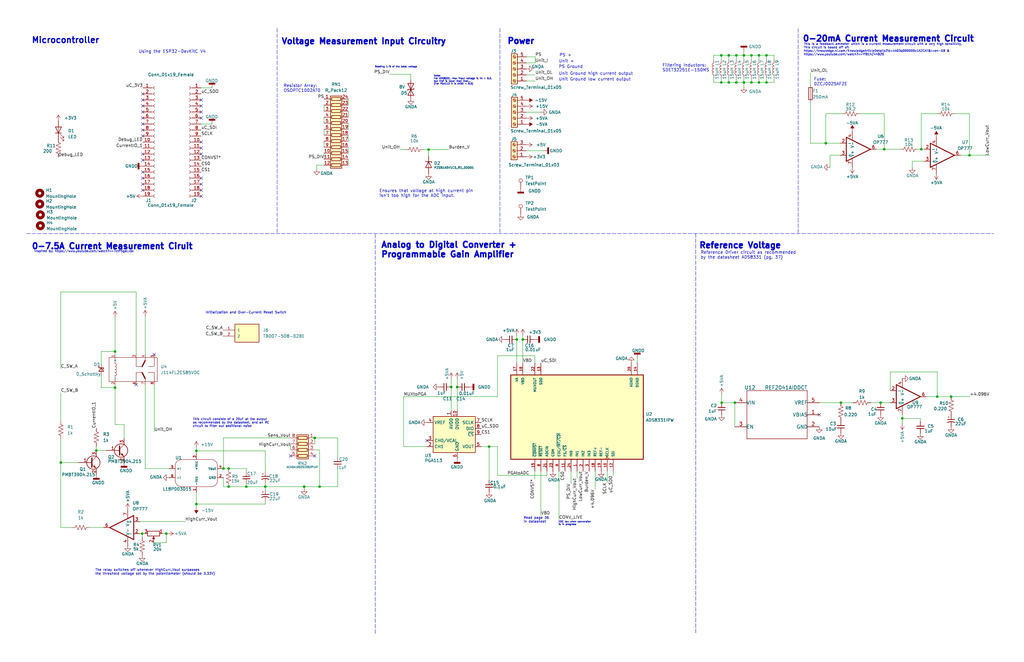
<source format=kicad_sch>
(kicad_sch (version 20211123) (generator eeschema)
  (paper "B")
  (junction (at 408.813 65.532))
  (junction (at 128.27 205.359))
  (junction (at 401.066 167.386))
  (junction (at 310.515 34.798))
  (junction (at 59.944 225.171))
  (junction (at 304.292 169.926))
  (junction (at 313.69 23.368))
  (junction (at 316.865 34.798))
  (junction (at 217.932 143.256))
  (junction (at 320.04 23.368))
  (junction (at 206.248 188.468))
  (junction (at 316.865 23.368))
  (junction (at 25.654 195.199))
  (junction (at 82.804 190.246))
  (junction (at 48.514 163.576))
  (junction (at 190.246 163.2966))
  (junction (at 220.472 143.256))
  (junction (at 96.393 197.739))
  (junction (at 354.584 169.926))
  (junction (at 103.886 205.359))
  (junction (at 323.215 34.798))
  (junction (at 111.887 205.359))
  (junction (at 395.224 167.386))
  (junction (at 348.234 60.452))
  (junction (at 307.34 23.368))
  (junction (at 40.64 190.119))
  (junction (at 304.165 34.798))
  (junction (at 372.8466 62.992))
  (junction (at 380.492 176.53))
  (junction (at 134.747 205.359))
  (junction (at 313.69 34.798))
  (junction (at 388.493 62.992))
  (junction (at 309.88 169.926))
  (junction (at 82.804 212.725))
  (junction (at 320.04 34.798))
  (junction (at 70.104 225.171))
  (junction (at 94.234 197.739))
  (junction (at 307.34 34.798))
  (junction (at 323.215 23.368))
  (junction (at 310.515 23.368))
  (junction (at 96.393 205.359))
  (junction (at 48.514 148.336))
  (junction (at 132.715 184.785))
  (junction (at 192.786 163.3474))
  (junction (at 180.721 63.119))
  (junction (at 304.165 23.368))
  (junction (at 371.348 169.926))
  (no_connect (at 132.715 192.405))
  (no_connect (at 122.555 192.405))
  (no_connect (at 60.198 67.564))
  (no_connect (at 60.198 42.164))
  (no_connect (at 60.198 65.024))
  (no_connect (at 84.836 77.724))
  (no_connect (at 84.836 49.784))
  (no_connect (at 60.198 52.324))
  (no_connect (at 84.836 80.264))
  (no_connect (at 60.198 54.864))
  (no_connect (at 84.836 42.164))
  (no_connect (at 84.836 65.024))
  (no_connect (at 84.836 62.484))
  (no_connect (at 60.198 39.624))
  (no_connect (at 60.198 44.704))
  (no_connect (at 60.198 75.184))
  (no_connect (at 84.836 82.804))
  (no_connect (at 84.836 47.244))
  (no_connect (at 60.198 72.644))
  (no_connect (at 60.198 49.784))
  (no_connect (at 84.836 59.944))
  (no_connect (at 57.404 162.306))
  (no_connect (at 65.024 149.606))
  (no_connect (at 84.836 44.704))
  (no_connect (at 60.198 77.724))
  (no_connect (at 60.198 47.244))
  (no_connect (at 60.198 57.404))
  (no_connect (at 345.44 175.006))
  (no_connect (at 180.086 185.928))
  (no_connect (at 60.198 80.264))
  (no_connect (at 84.836 75.184))
  (wire (pts (xy 170.18 188.468) (xy 180.086 188.468)))
  (wire (pts (xy 59.944 225.171) (xy 60.96 225.171)))
  (wire (pts (xy 387.223 62.992) (xy 388.493 62.992)))
  (wire (pts (xy 300.99 23.368) (xy 304.165 23.368)))
  (wire (pts (xy 206.248 188.468) (xy 202.946 188.468)))
  (wire (pts (xy 94.234 197.739) (xy 96.393 197.739)))
  (wire (pts (xy 146.812 51.943) (xy 146.812 54.483)))
  (wire (pts (xy 206.248 202.565) (xy 206.248 188.468)))
  (wire (pts (xy 354.33 65.532) (xy 350.012 65.532)))
  (wire (pts (xy 70.104 225.171) (xy 70.104 228.981)))
  (wire (pts (xy 310.515 34.798) (xy 307.34 34.798)))
  (wire (pts (xy 354.965 48.006) (xy 348.234 48.006)))
  (wire (pts (xy 221.996 31.623) (xy 225.679 31.623)))
  (wire (pts (xy 82.804 190.246) (xy 111.887 190.246)))
  (wire (pts (xy 48.514 163.576) (xy 42.672 163.576)))
  (wire (pts (xy 388.112 177.8) (xy 388.112 176.53)))
  (wire (pts (xy 192.786 163.3474) (xy 192.786 173.228)))
  (wire (pts (xy 68.58 225.171) (xy 70.104 225.171)))
  (wire (pts (xy 388.493 48.006) (xy 395.097 48.006)))
  (wire (pts (xy 40.64 190.119) (xy 44.704 190.119)))
  (wire (pts (xy 326.39 34.798) (xy 326.39 32.893)))
  (wire (pts (xy 142.367 197.866) (xy 142.367 205.359)))
  (wire (pts (xy 371.348 169.926) (xy 375.412 169.926)))
  (wire (pts (xy 192.786 159.893) (xy 192.786 163.3474)))
  (wire (pts (xy 111.887 190.246) (xy 111.887 199.009)))
  (wire (pts (xy 372.8466 48.006) (xy 362.585 48.006)))
  (wire (pts (xy 136.652 49.403) (xy 136.652 51.943)))
  (wire (pts (xy 59.944 225.171) (xy 59.944 226.695)))
  (wire (pts (xy 225.679 24.003) (xy 225.679 26.543)))
  (wire (pts (xy 401.066 167.386) (xy 408.94 167.386)))
  (wire (pts (xy 310.515 25.273) (xy 310.515 23.368)))
  (wire (pts (xy 384.683 68.072) (xy 389.763 68.072)))
  (wire (pts (xy 320.04 23.368) (xy 320.04 25.273)))
  (wire (pts (xy 402.717 48.006) (xy 408.813 48.006)))
  (wire (pts (xy 300.99 34.798) (xy 300.99 32.893)))
  (wire (pts (xy 209.804 200.66) (xy 209.804 188.468)))
  (polyline (pts (xy 336.55 12.065) (xy 336.55 98.552)))
  (wire (pts (xy 133.604 69.723) (xy 133.604 71.247)))
  (wire (pts (xy 225.552 202.184) (xy 225.552 198.882)))
  (wire (pts (xy 323.215 34.798) (xy 323.215 32.893)))
  (wire (pts (xy 132.715 184.785) (xy 142.367 184.785)))
  (wire (pts (xy 350.012 65.532) (xy 350.012 70.612)))
  (wire (pts (xy 52.324 179.197) (xy 52.324 185.039)))
  (wire (pts (xy 304.292 166.37) (xy 304.292 169.926)))
  (wire (pts (xy 82.804 190.246) (xy 82.804 191.389)))
  (wire (pts (xy 323.215 34.798) (xy 326.39 34.798)))
  (wire (pts (xy 310.515 23.368) (xy 313.69 23.368)))
  (wire (pts (xy 229.362 63.627) (xy 221.869 63.627)))
  (wire (pts (xy 408.813 65.532) (xy 417.322 65.532)))
  (wire (pts (xy 82.804 188.849) (xy 82.804 190.246)))
  (wire (pts (xy 48.514 179.197) (xy 52.324 179.197)))
  (wire (pts (xy 42.672 163.576) (xy 42.672 158.496)))
  (wire (pts (xy 367.284 169.926) (xy 371.348 169.926)))
  (wire (pts (xy 136.652 44.323) (xy 136.652 46.863)))
  (wire (pts (xy 304.165 23.368) (xy 307.34 23.368)))
  (wire (pts (xy 230.632 200.66) (xy 230.632 198.882)))
  (wire (pts (xy 390.652 167.386) (xy 395.224 167.386)))
  (wire (pts (xy 146.812 41.783) (xy 146.812 44.323)))
  (wire (pts (xy 94.234 205.359) (xy 96.393 205.359)))
  (polyline (pts (xy 116.84 11.938) (xy 116.84 98.679)))
  (wire (pts (xy 134.747 205.359) (xy 142.367 205.359)))
  (wire (pts (xy 220.472 143.256) (xy 220.472 153.162)))
  (wire (pts (xy 304.165 34.798) (xy 300.99 34.798)))
  (wire (pts (xy 240.792 204.089) (xy 240.792 198.882)))
  (wire (pts (xy 136.652 64.643) (xy 136.652 67.183)))
  (wire (pts (xy 408.813 48.006) (xy 408.813 65.532)))
  (wire (pts (xy 300.99 25.273) (xy 300.99 23.368)))
  (wire (pts (xy 388.493 62.992) (xy 388.493 48.006)))
  (polyline (pts (xy 293.37 98.552) (xy 293.37 267.335)))
  (wire (pts (xy 326.39 23.368) (xy 323.215 23.368)))
  (wire (pts (xy 111.887 212.725) (xy 82.804 212.725)))
  (wire (pts (xy 225.552 153.162) (xy 225.552 150.114)))
  (wire (pts (xy 94.234 184.785) (xy 122.555 184.785)))
  (wire (pts (xy 209.804 150.114) (xy 209.804 167.386)))
  (wire (pts (xy 380.492 175.006) (xy 380.492 176.53)))
  (wire (pts (xy 250.952 198.882) (xy 250.952 206.502)))
  (polyline (pts (xy 11.2268 98.6028) (xy 419.0492 98.6028)))
  (polyline (pts (xy 210.82 11.938) (xy 210.82 98.425)))
  (wire (pts (xy 146.812 62.103) (xy 146.812 64.643)))
  (wire (pts (xy 304.165 25.273) (xy 304.165 23.368)))
  (wire (pts (xy 94.234 184.785) (xy 94.234 197.739)))
  (wire (pts (xy 209.804 200.66) (xy 230.632 200.66)))
  (wire (pts (xy 228.1174 47.371) (xy 221.996 47.371)))
  (polyline (pts (xy 158.242 98.806) (xy 158.242 267.589)))
  (wire (pts (xy 48.514 162.306) (xy 48.514 163.576)))
  (wire (pts (xy 96.393 205.359) (xy 103.886 205.359)))
  (wire (pts (xy 111.887 211.709) (xy 111.887 212.725)))
  (wire (pts (xy 345.44 169.926) (xy 354.584 169.926)))
  (wire (pts (xy 310.515 34.798) (xy 310.515 32.893)))
  (wire (pts (xy 103.886 197.739) (xy 103.886 199.009)))
  (wire (pts (xy 48.514 163.576) (xy 48.514 179.197)))
  (wire (pts (xy 25.654 123.19) (xy 25.654 155.575)))
  (wire (pts (xy 146.812 67.183) (xy 146.812 69.723)))
  (wire (pts (xy 168.656 63.119) (xy 170.942 63.119)))
  (wire (pts (xy 103.886 205.359) (xy 111.887 205.359)))
  (wire (pts (xy 57.404 123.19) (xy 57.404 149.606)))
  (wire (pts (xy 388.493 62.992) (xy 389.763 62.992)))
  (wire (pts (xy 313.69 34.798) (xy 313.69 32.893)))
  (wire (pts (xy 221.996 26.543) (xy 225.679 26.543)))
  (wire (pts (xy 323.215 23.368) (xy 320.04 23.368)))
  (wire (pts (xy 30.226 222.631) (xy 25.654 222.631)))
  (wire (pts (xy 348.234 48.006) (xy 348.234 60.452)))
  (wire (pts (xy 122.555 187.325) (xy 122.555 189.865)))
  (wire (pts (xy 221.996 34.163) (xy 225.679 34.163)))
  (wire (pts (xy 136.652 54.483) (xy 136.652 57.023)))
  (wire (pts (xy 309.88 169.926) (xy 309.88 180.086)))
  (wire (pts (xy 313.69 25.273) (xy 313.69 23.368)))
  (wire (pts (xy 307.34 23.368) (xy 310.515 23.368)))
  (wire (pts (xy 209.804 167.386) (xy 170.18 167.386)))
  (wire (pts (xy 43.688 222.631) (xy 37.846 222.631)))
  (wire (pts (xy 307.34 34.798) (xy 307.34 32.893)))
  (wire (pts (xy 146.812 57.023) (xy 146.812 59.563)))
  (wire (pts (xy 209.804 188.468) (xy 206.248 188.468)))
  (wire (pts (xy 243.332 201.803) (xy 243.332 198.882)))
  (wire (pts (xy 304.165 34.798) (xy 304.165 32.893)))
  (wire (pts (xy 395.224 156.972) (xy 395.224 167.386)))
  (wire (pts (xy 375.412 164.846) (xy 375.412 156.972)))
  (wire (pts (xy 372.8466 62.992) (xy 372.8466 48.006)))
  (wire (pts (xy 94.234 201.549) (xy 94.234 205.359)))
  (wire (pts (xy 180.721 65.659) (xy 180.721 63.119)))
  (wire (pts (xy 313.69 23.368) (xy 313.69 21.463)))
  (wire (pts (xy 111.887 205.359) (xy 111.887 206.629)))
  (wire (pts (xy 70.104 225.171) (xy 70.612 225.171)))
  (wire (pts (xy 395.224 167.386) (xy 401.066 167.386)))
  (wire (pts (xy 146.812 46.863) (xy 146.812 49.403)))
  (wire (pts (xy 128.27 205.359) (xy 128.27 206.248)))
  (wire (pts (xy 228.092 217.551) (xy 228.092 198.882)))
  (wire (pts (xy 65.024 162.306) (xy 65.024 182.245)))
  (wire (pts (xy 82.804 212.725) (xy 82.804 207.899)))
  (wire (pts (xy 134.747 189.865) (xy 134.747 205.359)))
  (wire (pts (xy 341.757 60.452) (xy 348.234 60.452)))
  (wire (pts (xy 372.8466 62.992) (xy 379.603 62.992)))
  (wire (pts (xy 313.69 23.368) (xy 316.865 23.368)))
  (wire (pts (xy 64.77 228.981) (xy 70.104 228.981)))
  (wire (pts (xy 384.683 70.612) (xy 384.683 68.072)))
  (wire (pts (xy 173.228 33.909) (xy 173.228 31.369)))
  (wire (pts (xy 268.732 151.003) (xy 268.732 153.162)))
  (wire (pts (xy 42.672 148.336) (xy 42.672 153.416)))
  (wire (pts (xy 190.246 159.893) (xy 190.246 163.2966)))
  (wire (pts (xy 235.712 198.882) (xy 235.712 219.329)))
  (wire (pts (xy 388.112 176.53) (xy 380.492 176.53)))
  (wire (pts (xy 128.27 205.359) (xy 134.747 205.359)))
  (wire (pts (xy 71.374 197.739) (xy 61.214 197.739)))
  (wire (pts (xy 136.652 59.563) (xy 136.652 62.103)))
  (wire (pts (xy 164.338 31.369) (xy 173.228 31.369)))
  (wire (pts (xy 78.105 220.091) (xy 58.928 220.091)))
  (wire (pts (xy 348.234 60.452) (xy 354.33 60.452)))
  (wire (pts (xy 178.562 63.119) (xy 180.721 63.119)))
  (wire (pts (xy 375.412 156.972) (xy 395.224 156.972)))
  (wire (pts (xy 313.69 34.798) (xy 316.865 34.798)))
  (wire (pts (xy 307.34 34.798) (xy 304.165 34.798)))
  (wire (pts (xy 89.408 52.324) (xy 84.836 52.324)))
  (wire (pts (xy 25.654 123.19) (xy 57.404 123.19)))
  (wire (pts (xy 103.886 204.089) (xy 103.886 205.359)))
  (wire (pts (xy 217.932 143.256) (xy 217.932 153.162)))
  (wire (pts (xy 408.813 65.532) (xy 405.003 65.532)))
  (wire (pts (xy 25.654 165.735) (xy 25.654 177.673)))
  (wire (pts (xy 40.64 188.341) (xy 40.64 190.119)))
  (wire (pts (xy 136.652 69.723) (xy 133.604 69.723)))
  (wire (pts (xy 256.032 198.882) (xy 256.032 203.581)))
  (wire (pts (xy 323.215 25.273) (xy 323.215 23.368)))
  (wire (pts (xy 25.654 195.199) (xy 33.02 195.199)))
  (wire (pts (xy 320.04 34.798) (xy 323.215 34.798)))
  (wire (pts (xy 132.715 184.785) (xy 132.715 187.325)))
  (wire (pts (xy 304.292 169.926) (xy 309.88 169.926)))
  (wire (pts (xy 313.69 36.703) (xy 313.69 34.798)))
  (wire (pts (xy 82.804 212.725) (xy 82.804 214.122)))
  (wire (pts (xy 48.514 133.858) (xy 48.514 148.336)))
  (wire (pts (xy 320.04 34.798) (xy 320.04 32.893)))
  (wire (pts (xy 221.996 24.003) (xy 225.679 24.003)))
  (wire (pts (xy 89.408 37.084) (xy 84.836 37.084)))
  (wire (pts (xy 316.865 23.368) (xy 320.04 23.368)))
  (wire (pts (xy 225.552 150.114) (xy 209.804 150.114)))
  (wire (pts (xy 380.492 176.53) (xy 380.492 178.816)))
  (wire (pts (xy 170.18 167.386) (xy 170.18 188.468)))
  (wire (pts (xy 326.39 25.273) (xy 326.39 23.368)))
  (wire (pts (xy 310.515 34.798) (xy 313.69 34.798)))
  (wire (pts (xy 180.721 63.119) (xy 189.23 63.119)))
  (wire (pts (xy 142.367 192.786) (xy 142.367 184.785)))
  (wire (pts (xy 369.57 62.992) (xy 372.8466 62.992)))
  (wire (pts (xy 316.865 34.798) (xy 320.04 34.798)))
  (wire (pts (xy 111.887 204.089) (xy 111.887 205.359)))
  (wire (pts (xy 61.214 133.477) (xy 61.214 149.606)))
  (wire (pts (xy 354.584 169.926) (xy 359.664 169.926)))
  (wire (pts (xy 25.654 185.293) (xy 25.654 195.199)))
  (wire (pts (xy 316.865 34.798) (xy 316.865 32.893)))
  (wire (pts (xy 132.715 189.865) (xy 134.747 189.865)))
  (wire (pts (xy 48.514 148.336) (xy 48.514 149.606)))
  (wire (pts (xy 217.932 141.478) (xy 217.932 143.256)))
  (wire (pts (xy 58.928 225.171) (xy 59.944 225.171)))
  (wire (pts (xy 48.514 148.336) (xy 42.672 148.336)))
  (wire (pts (xy 341.757 43.307) (xy 341.757 60.452)))
  (wire (pts (xy 96.393 197.739) (xy 103.886 197.739)))
  (wire (pts (xy 61.214 162.306) (xy 61.214 197.739)))
  (wire (pts (xy 111.887 205.359) (xy 128.27 205.359)))
  (wire (pts (xy 25.654 195.199) (xy 25.654 222.631)))
  (wire (pts (xy 220.472 141.478) (xy 220.472 143.256)))
  (wire (pts (xy 316.865 25.273) (xy 316.865 23.368)))
  (wire (pts (xy 258.572 200.66) (xy 258.572 198.882)))
  (wire (pts (xy 190.246 163.2966) (xy 190.246 173.228)))
  (wire (pts (xy 307.34 25.273) (xy 307.34 23.368)))
  (wire (pts (xy 341.757 30.734) (xy 341.757 35.687)))
  (text "The relay switches off whenever HighCurr_Vout surpasses\nthe threshold voltage set by the potentiometer (should be 3.33V)" (at 40.132 242.824 0) (effects (font (size 1 1)) (justify left bottom)))
  (text "0-20mA Current Measurement Circuit" (at 338.328 17.907 0) (effects (font (size 2.5 2.5) (thickness 0.6) bold) (justify left bottom)))
  (text "Unit +" (at 235.585 26.67 0) (effects (font (size 1.27 1.27)) (justify left bottom)))
  (text "Note:\nFor ADS8331, max input voltage is VA + 0.3, \nbut Vref is lower than that...\n(For PGA113 it is AVDD + 0.5)" (at 182.88 35.941 0) (effects (font (size 0.7 0.7)) (justify left bottom)))
  (text "PS +\n" (at 235.839 24.13 0) (effects (font (size 1.27 1.27)) (justify left bottom)))
  (text "Power" (at 213.741 18.923 0) (effects (font (size 2.5 2.5) (thickness 0.6) bold) (justify left bottom)))
  (text "Reference Driver circuit as recommended \nby the datasheet ADS8331 (pg. 37)" (at 295.402 109.474 0) (effects (font (size 1.27 1.27)) (justify left bottom)))
  (text "Unit Ground low current output" (at 235.5342 34.3154 0) (effects (font (size 1.27 1.27)) (justify left bottom)))
  (text "Inspired by: https://www.youtube.com/watch?v=7ctPSgaLxbc" (at 14.351 106.68 0) (effects (font (size 0.9 0.9)) (justify left bottom)))
  (text "Reference Voltage" (at 294.64 105.156 0) (effects (font (size 2.5 2.5) (thickness 0.6) bold) (justify left bottom)))
  (text "Resistor Array:\nOSOPTC1002AT0" (at 119.507 39.116 0) (effects (font (size 1.27 1.27)) (justify left bottom)))
  (text "Using the ESP32-DevKitC V4" (at 58.42 22.606 0) (effects (font (size 1.27 1.27)) (justify left bottom)))
  (text "Microcontroller" (at 13.208 18.542 0) (effects (font (size 2.5 2.5) (thickness 0.5) bold) (justify left bottom)))
  (text "This circuit consists of a 20uF at the output\nas recommended by the datasheet, and an RC \ncircuit to filter out additional noise" (at 81.28 180.467 0) (effects (font (size 0.9 0.9)) (justify left bottom)))
  (text "EOC low when conversion\nis in progress" (at 235.458 221.869 0) (effects (font (size 0.7 0.7)) (justify left bottom)))
  (text "PS Ground\n" (at 235.5596 29.0322 0) (effects (font (size 1.27 1.27)) (justify left bottom)))
  (text "Initialization and Over-Current Reset Switch" (at 86.614 132.588 0) (effects (font (size 1 1)) (justify left bottom)))
  (text "This is a feedback ammeter which is a current measurement circuit with a very high sensitivity.\nThis circuit is based off of: \nhttps://knowledge.ni.com/KnowledgeArticleDetails?id=kA03q000000x1AZCAY&l=en-GB &\nhttps://www.youtube.com/watch?v=YfB1hZ44B20" (at 338.836 23.622 0) (effects (font (size 0.9 0.9)) (justify left bottom)))
  (text "Fuse:\n0ZCJ0025AF2E" (at 343.154 36.322 0) (effects (font (size 1.27 1.27)) (justify left bottom)))
  (text "Read page 36\nin datasheet\n" (at 220.726 220.853 0) (effects (font (size 1 1)) (justify left bottom)))
  (text "Voltage Measurement Input Circuitry" (at 118.491 19.05 0) (effects (font (size 2.5 2.5) (thickness 0.6) bold) (justify left bottom)))
  (text "Ensures that voltage at high current pin \nisn't too high for the ADC input." (at 159.893 83.439 0) (effects (font (size 1.27 1.27)) (justify left bottom)))
  (text "Filtering Inductors:\nSDET32251E-150MS" (at 279.273 30.48 0) (effects (font (size 1.27 1.27)) (justify left bottom)))
  (text "Analog to Digital Converter + \nProgrammable Gain Amplifier" (at 160.528 108.966 0) (effects (font (size 2.5 2.5) (thickness 0.6) bold) (justify left bottom)))
  (text "0-7.5A Current Measurement Ciruit" (at 13.208 105.537 0) (effects (font (size 2.5 2.5) (thickness 0.6) bold) (justify left bottom)))
  (text "Reading 1/6 of the total voltage\n" (at 157.988 28.702 0) (effects (font (size 0.7 0.7)) (justify left bottom)))
  (text "Unit Ground high current output" (at 235.5342 31.9024 0) (effects (font (size 1.27 1.27)) (justify left bottom)))
  (label "Burden_V" (at 189.23 63.119 0))
  (label "Unit_OH" (at 168.656 63.119 180))
  (label "VBD" (at 220.472 153.162 0))
  (label "C_SW_A" (at 93.98 139.319 180))
  (label "PS_DIV" (at 164.338 31.369 180))
  (label "CS1" (at 202.946 183.388 0))
  (label "C_SW_B" (at 93.98 141.859 180))
  (label "SCLK" (at 256.032 203.581 270))
  (label "Unit_OL" (at 225.679 31.623 0))
  (label "Debug_LED" (at 24.638 66.294 0))
  (label "VBD" (at 228.092 217.551 0))
  (label "Burden_V" (at 248.412 198.882 270))
  (label "uC_SDI" (at 228.092 153.162 0))
  (label "PS_DIV" (at 136.652 67.183 180))
  (label "PS_DIV" (at 240.792 204.089 270))
  (label "uC_SDO" (at 202.946 180.848 0))
  (label "PS" (at 136.652 41.783 180))
  (label "Unit_OL" (at 341.757 30.734 0))
  (label "Unit_OH" (at 65.024 182.245 0))
  (label "CONVST*" (at 225.552 202.184 270))
  (label "CurrentIO_1" (at 40.64 180.721 90))
  (label "LowCurr_Vout" (at 417.322 65.532 90))
  (label "HighCurr_Vout" (at 78.105 220.091 0))
  (label "Debug_LED" (at 60.198 59.944 180))
  (label "SCLK" (at 202.946 178.308 0))
  (label "CurrentIO_1" (at 60.198 62.484 180))
  (label "+4.096V" (at 250.952 206.502 270))
  (label "PS" (at 225.679 24.003 0))
  (label "CS1" (at 84.836 72.644 0))
  (label "uC_SDO" (at 258.572 200.66 270))
  (label "CS0" (at 84.836 70.104 0))
  (label "Sens_Vout" (at 122.555 184.785 180))
  (label "C_SW_A" (at 25.654 155.575 0))
  (label "SCLK" (at 84.836 57.404 0))
  (label "CS0" (at 238.252 198.882 270))
  (label "uC_SDI" (at 84.836 54.864 0))
  (label "HighCurr_Vout" (at 243.332 201.803 270))
  (label "PGAtoADC" (at 213.868 200.66 0))
  (label "Unit_I" (at 225.679 26.543 0))
  (label "MUXtoPGA" (at 170.18 167.386 0))
  (label "CONV_LIVE" (at 235.712 219.329 0))
  (label "uC_3V3" (at 60.198 37.084 180))
  (label "CONVST*" (at 84.836 67.564 0))
  (label "+4.096V" (at 408.94 167.386 0))
  (label "C_SW_B" (at 25.654 165.735 0))
  (label "LowCurr_Vout" (at 245.872 198.882 270))
  (label "uC_SDO" (at 84.836 39.624 0))
  (label "HighCurr_Vout" (at 122.555 188.595 180))
  (label "Unit_OH" (at 225.679 34.163 0))
  (symbol (lib_id "myCustomLib:OP777") (at 360.68 62.992 180) (unit 1)
    (property "Reference" "U6" (at 371.348 57.5308 0))
    (property "Value" "OP777" (at 371.348 60.0708 0))
    (property "Footprint" "Package_SO:TSSOP-8_3x3mm_P0.65mm" (effects hide))
  )
  (symbol (lib_id "Device:R_US") (at 354.584 173.736 180) (unit 1)
    (property "Reference" "R8" (at 356.362 172.212 0) (effects (justify right)))
    (property "Value" "0.220" (at 355.854 175.006 0) (effects (justify right)))
    (property "Footprint" "Resistor_SMD:R_0603_1608Metric" (effects hide))
  )
  (symbol (lib_id "power:+5VA") (at 53.848 215.011 0) (unit 1)
    (property "Reference" "#PWR0131" (effects hide))
    (property "Value" "+5VA" (at 53.848 212.09 90) (effects (justify left)))
  )
  (symbol (lib_id "Mechanical:MountingHole") (at 16.764 86.106 0) (unit 1)
    (property "Reference" "H2" (at 19.304 84.8359 0) (effects (justify left)))
    (property "Value" "MountingHole" (at 19.304 87.3759 0) (effects (justify left)))
    (property "Footprint" "MountingHole:MountingHole_3.2mm_M3" (effects hide))
  )
  (symbol (lib_id "myCustomLib:OP777") (at 381.762 167.386 180) (unit 1)
    (property "Reference" "U9" (at 387.35 169.926 0) (effects (justify left)))
    (property "Value" "OP777" (at 388.874 171.704 0) (effects (justify left)))
    (property "Footprint" "Package_SO:TSSOP-8_3x3mm_P0.65mm" (effects hide))
  )
  (symbol (lib_id "power:GNDA") (at 354.584 182.626 0) (unit 1)
    (property "Reference" "#PWR0156" (effects hide))
    (property "Value" "GNDA" (at 354.584 186.182 0))
  )
  (symbol (lib_id "Device:Fuse") (at 341.757 39.497 180) (unit 1)
    (property "Reference" "F1" (at 342.646 38.354 0) (effects (justify right)))
    (property "Value" "250mA" (at 342.646 40.894 0) (effects (justify right)))
    (property "Footprint" "Fuse:Fuse_1206_3216Metric" (effects hide))
  )
  (symbol (lib_id "Device:C_Small") (at 304.292 172.466 180) (unit 1)
    (property "Reference" "C2" (at 300.99 171.196 0))
    (property "Value" "1uF" (at 300.482 173.482 0))
    (property "Footprint" "Capacitor_SMD:C_0603_1608Metric" (effects hide))
  )
  (symbol (lib_id "power:-15V") (at 82.804 214.122 180) (unit 1)
    (property "Reference" "#PWR0139" (effects hide))
    (property "Value" "-15V" (at 84.836 215.3919 0) (effects (justify right)))
  )
  (symbol (lib_id "Device:D_TVS") (at 173.228 37.719 90) (mirror x) (unit 1)
    (property "Reference" "D5" (at 170.434 39.243 90))
    (property "Value" "8V" (at 169.545 36.703 90))
    (property "Footprint" "Diode_SMD:D_1206_3216Metric" (effects hide))
  )
  (symbol (lib_id "Device:C_Small") (at 215.392 143.256 90) (unit 1)
    (property "Reference" "C7" (at 215.392 145.796 90))
    (property "Value" "1uF" (at 215.138 147.574 90))
    (property "Footprint" "Capacitor_SMD:C_0603_1608Metric" (effects hide))
  )
  (symbol (lib_id "Device:R_US") (at 25.654 181.483 180) (unit 1)
    (property "Reference" "R1" (at 28.321 180.2129 0) (effects (justify right)))
    (property "Value" "1k" (at 28.321 182.7529 0) (effects (justify right)))
    (property "Footprint" "Resistor_SMD:R_0603_1608Metric" (effects hide))
  )
  (symbol (lib_id "Device:L") (at 304.165 29.083 180) (unit 1)
    (property "Reference" "L2" (at 305.435 26.543 90))
    (property "Value" "15uH" (at 305.435 30.988 90))
    (property "Footprint" "SDET32251E-150MS:SDET32251E-150MS" (effects hide))
  )
  (symbol (lib_id "power:GNDD") (at 313.69 21.463 180) (unit 1)
    (property "Reference" "#PWR0103" (effects hide))
    (property "Value" "GNDD" (at 315.722 19.685 0) (effects (justify right)))
  )
  (symbol (lib_id "Device:R_US") (at 59.944 230.505 180) (unit 1)
    (property "Reference" "R4" (at 56.134 229.87 0) (effects (justify right)))
    (property "Value" "5k" (at 56.134 231.648 0) (effects (justify right)))
    (property "Footprint" "Resistor_SMD:R_0603_1608Metric" (effects hide))
  )
  (symbol (lib_id "power:GNDA") (at 345.44 180.086 0) (unit 1)
    (property "Reference" "#PWR0124" (effects hide))
    (property "Value" "GNDA" (at 345.44 184.912 0))
  )
  (symbol (lib_id "Mechanical:MountingHole") (at 17.018 95.25 0) (unit 1)
    (property "Reference" "H4" (at 19.558 93.9799 0) (effects (justify left)))
    (property "Value" "MountingHole" (at 19.558 96.5199 0) (effects (justify left)))
    (property "Footprint" "MountingHole:MountingHole_3.2mm_M3" (effects hide))
  )
  (symbol (lib_id "Device:C_Polarized_Small_US") (at 401.066 177.546 0) (unit 1)
    (property "Reference" "C6" (at 406.4762 176.9618 0) (effects (justify right)))
    (property "Value" "22uF" (at 407.5938 178.816 0) (effects (justify right)))
    (property "Footprint" "293D226X9020D8T:293D226X9020D8T" (effects hide))
  )
  (symbol (lib_id "Connector:Conn_01x19_Female") (at 65.278 59.944 0) (unit 1)
    (property "Reference" "J1" (at 61.468 84.582 0) (effects (justify left)))
    (property "Value" "Conn_01x19_Female" (at 62.23 86.614 0) (effects (justify left)))
    (property "Footprint" "Connector_PinSocket_2.54mm:PinSocket_1x19_P2.54mm_Vertical" (effects hide))
  )
  (symbol (lib_id "power:GNDD") (at 89.408 37.084 180) (unit 1)
    (property "Reference" "#PWR0106" (effects hide))
    (property "Value" "GNDD" (at 91.948 34.036 0) (effects (justify left)))
  )
  (symbol (lib_id "myCustomLib:J114FL2CS85VDC") (at 56.134 155.956 0) (unit 1)
    (property "Reference" "U4" (at 67.691 154.6859 0) (effects (justify left)))
    (property "Value" "J114FL2CS85VDC" (at 67.691 157.2259 0) (effects (justify left)))
    (property "Footprint" "myCustomLib:J114FL2CS85VDC" (effects hide))
  )
  (symbol (lib_id "Device:R_US") (at 174.752 63.119 90) (unit 1)
    (property "Reference" "R6" (at 174.625 57.531 90))
    (property "Value" "10k" (at 174.752 59.436 90))
    (property "Footprint" "Resistor_SMD:R_0603_1608Metric" (effects hide))
  )
  (symbol (lib_id "power:GNDD") (at 225.552 143.256 90) (unit 1)
    (property "Reference" "#PWR0147" (effects hide))
    (property "Value" "GNDD" (at 229.235 143.2559 90) (effects (justify right)))
  )
  (symbol (lib_id "power:+5VA") (at 217.932 141.478 0) (unit 1)
    (property "Reference" "#PWR0174" (effects hide))
    (property "Value" "+5VA" (at 211.836 139.446 0) (effects (justify left)))
  )
  (symbol (lib_id "power:GNDA") (at 401.066 180.086 0) (unit 1)
    (property "Reference" "#PWR0163" (effects hide))
    (property "Value" "GNDA" (at 401.066 183.642 0))
  )
  (symbol (lib_id "Device:R_US") (at 24.638 62.484 0) (unit 1)
    (property "Reference" "R11" (at 21.59 61.468 0))
    (property "Value" "200" (at 20.066 63.754 0))
    (property "Footprint" "Resistor_SMD:R_0603_1608Metric" (effects hide))
  )
  (symbol (lib_id "Device:C_Small") (at 195.326 163.3474 90) (unit 1)
    (property "Reference" "C14" (at 194.31 168.3004 90))
    (property "Value" "0.01uF" (at 196.85 166.0144 90))
    (property "Footprint" "Capacitor_SMD:C_0603_1608Metric" (effects hide))
  )
  (symbol (lib_id "power:GNDD") (at 89.408 52.324 180) (unit 1)
    (property "Reference" "#PWR0118" (effects hide))
    (property "Value" "GNDD" (at 91.948 49.276 0) (effects (justify left)))
  )
  (symbol (lib_id "Transistor_BJT:2N3055") (at 49.784 190.119 0) (unit 1)
    (property "Reference" "Q2" (at 45.466 192.913 0) (effects (justify left)))
    (property "Value" "PMBT3904.215" (at 45.466 194.691 0) (effects (justify left)))
    (property "Footprint" "Package_TO_SOT_SMD:TSOT-23" (effects hide))
    (property "Datasheet" "http://www.onsemi.com/pub_link/Collateral/2N3055-D.PDF" (effects hide))
  )
  (symbol (lib_id "Device:R_US") (at 383.413 62.992 270) (unit 1)
    (property "Reference" "R13" (at 383.2098 59.1312 90))
    (property "Value" "10k" (at 383.3114 60.96 90))
    (property "Footprint" "Resistor_SMD:R_0603_1608Metric" (effects hide))
  )
  (symbol (lib_id "Device:R_US") (at 358.775 48.006 270) (unit 1)
    (property "Reference" "R12" (at 358.5718 44.1452 90))
    (property "Value" "39.2" (at 358.6734 45.974 90))
    (property "Footprint" "Resistor_SMD:R_0603_1608Metric" (effects hide))
  )
  (symbol (lib_id "power:GNDA") (at 221.996 29.083 90) (unit 1)
    (property "Reference" "#PWR0101" (effects hide))
    (property "Value" "GNDA" (at 226.7458 28.1178 90))
  )
  (symbol (lib_id "Device:D_Zener") (at 180.721 69.469 270) (unit 1)
    (property "Reference" "D2" (at 183.007 68.8339 90) (effects (justify left)))
    (property "Value" "PZS51A5V1CS_R1_00001" (at 183.007 70.739 90) (effects (font (size 0.9 0.9)) (justify left)))
    (property "Footprint" "Diode_SMD:D_SOD-323" (effects hide))
  )
  (symbol (lib_id "Device:R_US") (at 401.066 171.196 0) (unit 1)
    (property "Reference" "R10" (at 398.018 170.18 0))
    (property "Value" "0.220" (at 396.494 172.466 0))
    (property "Footprint" "Resistor_SMD:R_0603_1608Metric" (effects hide))
  )
  (symbol (lib_id "Device:C_Small") (at 354.584 180.086 180) (unit 1)
    (property "Reference" "C3" (at 351.282 178.816 0))
    (property "Value" "10uF" (at 350.52 181.102 0))
    (property "Footprint" "Capacitor_SMD:C_0603_1608Metric" (effects hide))
  )
  (symbol (lib_id "power:GNDA") (at 266.192 153.162 180) (unit 1)
    (property "Reference" "#PWR0173" (effects hide))
    (property "Value" "GNDA" (at 262.128 151.257 0))
  )
  (symbol (lib_id "myCustomLib:L18P003D15") (at 82.804 199.009 0) (unit 1)
    (property "Reference" "U1" (at 73.914 193.167 0) (effects (justify left)))
    (property "Value" "L18P003D15" (at 68.58 206.375 0) (effects (justify left)))
    (property "Footprint" "L18P003D15:L18P003D15" (effects hide))
  )
  (symbol (lib_id "power:GNDA") (at 173.228 41.529 0) (unit 1)
    (property "Reference" "#PWR0116" (effects hide))
    (property "Value" "GNDA" (at 173.2788 45.0342 0))
  )
  (symbol (lib_id "Connector:Screw_Terminal_01x05") (at 216.916 29.083 180) (unit 1)
    (property "Reference" "J3" (at 216.535 21.59 0))
    (property "Value" "Screw_Terminal_01x05" (at 226.06 36.83 0))
    (property "Footprint" "TB007-508-05BE:CUI_TB007-508-05BE" (effects hide))
  )
  (symbol (lib_id "Device:L") (at 310.515 29.083 180) (unit 1)
    (property "Reference" "L4" (at 311.785 26.543 90))
    (property "Value" "15uH" (at 311.785 30.988 90))
    (property "Footprint" "SDET32251E-150MS:SDET32251E-150MS" (effects hide))
  )
  (symbol (lib_id "Device:R_US") (at 34.036 222.631 90) (unit 1)
    (property "Reference" "R2" (at 34.036 216.027 90))
    (property "Value" "1k" (at 34.036 218.567 90))
    (property "Footprint" "Resistor_SMD:R_0603_1608Metric" (effects hide))
  )
  (symbol (lib_id "Device:L") (at 323.215 29.083 180) (unit 1)
    (property "Reference" "L8" (at 324.485 26.543 90))
    (property "Value" "15uH" (at 324.485 30.988 90))
    (property "Footprint" "SDET32251E-150MS:SDET32251E-150MS" (effects hide))
  )
  (symbol (lib_id "power:GNDA") (at 380.492 159.766 90) (unit 1)
    (property "Reference" "#PWR0161" (effects hide))
    (property "Value" "GNDA" (at 385.826 159.766 90))
  )
  (symbol (lib_id "power:GNDA") (at 53.848 230.251 0) (unit 1)
    (property "Reference" "#PWR0134" (effects hide))
    (property "Value" "GNDA" (at 53.8988 233.7562 0))
  )
  (symbol (lib_id "power:GNDD") (at 40.64 200.279 0) (unit 1)
    (property "Reference" "#PWR0122" (effects hide))
    (property "Value" "GNDD" (at 38.7604 203.708 0) (effects (justify left)))
  )
  (symbol (lib_id "power:GNDA") (at 212.852 143.256 270) (unit 1)
    (property "Reference" "#PWR0158" (effects hide))
    (property "Value" "GNDA" (at 210.058 143.256 90) (effects (justify right)))
  )
  (symbol (lib_id "Device:L") (at 300.99 29.083 180) (unit 1)
    (property "Reference" "L1" (at 302.26 26.543 90))
    (property "Value" "15uH" (at 302.26 30.988 90))
    (property "Footprint" "SDET32251E-150MS:SDET32251E-150MS" (effects hide))
  )
  (symbol (lib_id "Device:L") (at 326.39 29.083 180) (unit 1)
    (property "Reference" "L9" (at 327.66 26.543 90))
    (property "Value" "15uH" (at 327.66 30.988 90))
    (property "Footprint" "SDET32251E-150MS:SDET32251E-150MS" (effects hide))
  )
  (symbol (lib_id "Device:R_Potentiometer") (at 64.77 225.171 270) (unit 1)
    (property "Reference" "RV1" (at 66.294 229.997 90))
    (property "Value" "20k" (at 66.421 231.775 90))
    (property "Footprint" "Potentiometer_THT:Potentiometer_Bourns_3296W_Vertical" (effects hide))
  )
  (symbol (lib_id "power:GNDA") (at 219.583 90.297 0) (unit 1)
    (property "Reference" "#PWR0121" (effects hide))
    (property "Value" "GNDA" (at 222.123 91.5669 0) (effects (justify left)))
  )
  (symbol (lib_id "Connector:Conn_01x19_Female") (at 79.756 59.944 0) (mirror y) (unit 1)
    (property "Reference" "J2" (at 81.788 84.582 0))
    (property "Value" "Conn_01x19_Female" (at 72.136 31.496 0))
    (property "Footprint" "Connector_PinSocket_2.54mm:PinSocket_1x19_P2.54mm_Vertical" (effects hide))
  )
  (symbol (lib_id "power:GNDA") (at 59.944 234.315 0) (unit 1)
    (property "Reference" "#PWR0110" (effects hide))
    (property "Value" "GNDA" (at 59.9948 237.8202 0))
  )
  (symbol (lib_id "Device:L") (at 307.34 29.083 180) (unit 1)
    (property "Reference" "L3" (at 308.61 26.543 90))
    (property "Value" "15uH" (at 308.61 30.988 90))
    (property "Footprint" "SDET32251E-150MS:SDET32251E-150MS" (effects hide))
  )
  (symbol (lib_id "ADS8331IPW:ADS8331IPW") (at 243.332 176.022 90) (unit 1)
    (property "Reference" "U2" (at 272.288 174.7519 90) (effects (justify right)))
    (property "Value" "ADS8331IPW" (at 272.288 177.2919 90) (effects (justify right)))
    (property "Footprint" "ADS8331IPW:SOP65P640X120-24N" (effects hide))
  )
  (symbol (lib_id "power:GNDA") (at 128.27 206.248 0) (mirror y) (unit 1)
    (property "Reference" "#PWR0102" (effects hide))
    (property "Value" "GNDA" (at 128.2192 209.7532 0))
  )
  (symbol (lib_id "Device:C_Small") (at 187.706 163.2966 90) (unit 1)
    (property "Reference" "C11" (at 188.722 168.2496 90))
    (property "Value" "1uF" (at 186.182 165.8366 90))
    (property "Footprint" "Capacitor_SMD:C_0603_1608Metric" (effects hide))
  )
  (symbol (lib_id "Device:D_Schottky_Small") (at 42.672 155.956 90) (mirror x) (unit 1)
    (property "Reference" "D3" (at 42.164 153.797 90) (effects (justify left)))
    (property "Value" "D_Schottky" (at 42.545 157.861 90) (effects (justify left)))
    (property "Footprint" "BAT750-7-F:SOT91P240X102-3N" (effects hide))
  )
  (symbol (lib_id "power:GNDA") (at 133.604 71.247 0) (unit 1)
    (property "Reference" "#PWR0117" (effects hide))
    (property "Value" "GNDA" (at 137.668 73.152 0))
  )
  (symbol (lib_id "Transistor_BJT:2N3055") (at 38.1 195.199 0) (unit 1)
    (property "Reference" "Q1" (at 33.528 197.993 0) (effects (justify left)))
    (property "Value" "PMBT3904.215" (at 25.9842 200.3044 0) (effects (justify left)))
    (property "Footprint" "Package_TO_SOT_SMD:TSOT-23" (effects hide))
    (property "Datasheet" "http://www.onsemi.com/pub_link/Collateral/2N3055-D.PDF" (effects hide))
  )
  (symbol (lib_id "power:+5V") (at 60.198 82.804 90) (unit 1)
    (property "Reference" "#PWR0107" (effects hide))
    (property "Value" "+5V" (at 55.118 82.804 90))
  )
  (symbol (lib_id "power:GNDD") (at 219.583 79.502 0) (unit 1)
    (property "Reference" "#PWR0120" (effects hide))
    (property "Value" "GNDD" (at 222.758 80.5814 0) (effects (justify left)))
  )
  (symbol (lib_id "Device:C_Small") (at 388.112 180.34 180) (unit 1)
    (property "Reference" "C5" (at 392.43 179.832 0))
    (property "Value" "1uF" (at 391.668 181.864 0))
    (property "Footprint" "Capacitor_SMD:C_0603_1608Metric" (effects hide))
  )
  (symbol (lib_id "Device:LED") (at 24.638 54.864 90) (unit 1)
    (property "Reference" "D1" (at 28.702 55.1814 90) (effects (justify right)))
    (property "Value" "LED" (at 28.702 57.7214 90) (effects (justify right)))
    (property "Footprint" "LED_SMD:LED_0603_1608Metric" (effects hide))
  )
  (symbol (lib_id "power:+5V") (at 221.869 61.087 270) (unit 1)
    (property "Reference" "#PWR0129" (effects hide))
    (property "Value" "+5V" (at 226.06 61.0869 90) (effects (justify left)))
  )
  (symbol (lib_id "power:+5VA") (at 304.292 166.37 0) (unit 1)
    (property "Reference" "#PWR0125" (effects hide))
    (property "Value" "+5VA" (at 304.292 158.115 90) (effects (justify right)))
  )
  (symbol (lib_id "power:GNDA") (at 233.172 198.882 0) (unit 1)
    (property "Reference" "#PWR0146" (effects hide))
    (property "Value" "GNDA" (at 230.9622 202.5142 0) (effects (justify left)))
  )
  (symbol (lib_id "power:+15V") (at 82.804 188.849 0) (unit 1)
    (property "Reference" "#PWR0138" (effects hide))
    (property "Value" "+15V" (at 84.582 187.5789 0) (effects (justify left)))
  )
  (symbol (lib_id "REF2041AIDDCT:REF2041AIDDCT") (at 327.66 175.006 0) (unit 1)
    (property "Reference" "U12" (at 316.23 163.576 0) (effects (font (size 1.524 1.524))))
    (property "Value" "REF2041AIDDCT" (at 331.47 163.576 0) (effects (font (size 1.524 1.524))))
    (property "Footprint" "REF2041AIDDCT:REF2041AIDDCT" (effects hide))
  )
  (symbol (lib_id "power:GNDD") (at 268.732 151.003 180) (unit 1)
    (property "Reference" "#PWR0109" (effects hide))
    (property "Value" "GNDD" (at 266.446 147.9296 0) (effects (justify right)))
  )
  (symbol (lib_id "power:GNDA") (at 388.112 182.88 0) (unit 1)
    (property "Reference" "#PWR0160" (effects hide))
    (property "Value" "GNDA" (at 388.112 186.436 0))
  )
  (symbol (lib_id "power:GNDA") (at 185.166 163.2966 270) (unit 1)
    (property "Reference" "#PWR0144" (effects hide))
    (property "Value" "GNDA" (at 180.848 163.2965 90) (effects (justify right)))
  )
  (symbol (lib_id "Device:R_Pack04") (at 127.635 189.865 90) (mirror x) (unit 1)
    (property "Reference" "RN2" (at 127.508 195.58 90))
    (property "Value" "ACASA1002S1002P1AT" (at 127.508 197.104 90) (effects (font (size 0.8 0.8))))
    (property "Footprint" "ACASA1002S1002P1AT:ACASA1002S1002P1AT" (effects hide))
  )
  (symbol (lib_id "power:+5VA") (at 61.214 133.477 0) (unit 1)
    (property "Reference" "#PWR0133" (effects hide))
    (property "Value" "+5VA" (at 61.214 130.556 90) (effects (justify left)))
  )
  (symbol (lib_id "Device:C_Small") (at 142.367 195.326 180) (unit 1)
    (property "Reference" "C20" (at 146.812 193.802 0) (effects (justify left)))
    (property "Value" "1uF" (at 146.304 197.231 0) (effects (justify left)))
    (property "Footprint" "Capacitor_SMD:C_0603_1608Metric" (effects hide))
  )
  (symbol (lib_id "power:+3V3") (at 24.638 51.054 0) (unit 1)
    (property "Reference" "#PWR0164" (effects hide))
    (property "Value" "+3V3" (at 27.051 49.7839 0) (effects (justify left)))
  )
  (symbol (lib_id "Device:R_US") (at 96.393 201.549 180) (unit 1)
    (property "Reference" "R5" (at 99.06 201.041 0))
    (property "Value" "15k" (at 99.314 202.946 0))
    (property "Footprint" "Resistor_SMD:R_0603_1608Metric" (effects hide))
  )
  (symbol (lib_id "Analog:PGA113") (at 192.786 183.388 0) (unit 1)
    (property "Reference" "U3" (at 179.07 192.278 0) (effects (justify left)))
    (property "Value" "PGA113" (at 179.07 194.31 0) (effects (justify left)))
    (property "Footprint" "Package_SO:TSSOP-10_3x3mm_P0.5mm" (effects hide))
    (property "Datasheet" "http://www.ti.com/lit/ds/sbos424c/sbos424c.pdf" (effects hide))
  )
  (symbol (lib_id "power:GNDA") (at 371.348 175.006 0) (unit 1)
    (property "Reference" "#PWR0162" (effects hide))
    (property "Value" "GNDA" (at 371.348 178.562 0))
  )
  (symbol (lib_id "Mechanical:MountingHole") (at 16.764 81.534 0) (unit 1)
    (property "Reference" "H1" (at 19.304 80.2639 0) (effects (justify left)))
    (property "Value" "MountingHole" (at 19.304 82.8039 0) (effects (justify left)))
    (property "Footprint" "MountingHole:MountingHole_3.2mm_M3" (effects hide))
  )
  (symbol (lib_id "Device:L") (at 313.69 29.083 180) (unit 1)
    (property "Reference" "L5" (at 314.96 26.543 90))
    (property "Value" "15uH" (at 314.96 30.988 90))
    (property "Footprint" "SDET32251E-150MS:SDET32251E-150MS" (effects hide))
  )
  (symbol (lib_id "myCustomLib:OP777") (at 396.113 65.532 180) (unit 1)
    (property "Reference" "U7" (at 406.908 60.0708 0))
    (property "Value" "OP777" (at 406.908 62.6108 0))
    (property "Footprint" "Package_SO:TSSOP-8_3x3mm_P0.65mm" (effects hide))
  )
  (symbol (lib_id "Device:R_US") (at 40.64 184.531 0) (unit 1)
    (property "Reference" "R3" (at 43.434 183.2609 0) (effects (justify left)))
    (property "Value" "1k" (at 43.434 185.8009 0) (effects (justify left)))
    (property "Footprint" "Resistor_SMD:R_0603_1608Metric" (effects hide))
  )
  (symbol (lib_id "power:GNDA") (at 71.374 201.549 270) (unit 1)
    (property "Reference" "#PWR0132" (effects hide))
    (property "Value" "GNDA" (at 65.7352 201.3458 90))
  )
  (symbol (lib_id "Mechanical:MountingHole") (at 17.018 90.678 0) (unit 1)
    (property "Reference" "H3" (at 19.558 89.4079 0) (effects (justify left)))
    (property "Value" "MountingHole" (at 19.558 91.9479 0) (effects (justify left)))
    (property "Footprint" "MountingHole:MountingHole_3.2mm_M3" (effects hide))
  )
  (symbol (lib_id "power:+5VA") (at 359.41 70.612 180) (unit 1)
    (property "Reference" "#PWR0115" (effects hide))
    (property "Value" "+5VA" (at 359.41 74.5236 0))
  )
  (symbol (lib_id "Device:C_Small") (at 223.012 143.256 90) (unit 1)
    (property "Reference" "C16" (at 223.266 145.796 90))
    (property "Value" "0.01uF" (at 224.79 147.574 90))
    (property "Footprint" "Capacitor_SMD:C_0603_1608Metric" (effects hide))
  )
  (symbol (lib_id "Device:R_US") (at 398.907 48.006 270) (unit 1)
    (property "Reference" "R14" (at 398.7038 44.1452 90))
    (property "Value" "10k" (at 398.8054 45.974 90))
    (property "Footprint" "Resistor_SMD:R_0603_1608Metric" (effects hide))
  )
  (symbol (lib_id "power:+5V") (at 48.514 133.858 0) (unit 1)
    (property "Reference" "#PWR0136" (effects hide))
    (property "Value" "+5V" (at 48.514 128.778 90))
  )
  (symbol (lib_id "power:+15V") (at 221.996 44.831 270) (unit 1)
    (property "Reference" "#PWR0155" (effects hide))
    (property "Value" "+15V" (at 225.7806 44.8309 90) (effects (justify left)))
  )
  (symbol (lib_id "power:GNDA") (at 180.086 178.308 270) (unit 1)
    (property "Reference" "#PWR0145" (effects hide))
    (property "Value" "GNDA" (at 177.3428 178.2826 90) (effects (justify right)))
  )
  (symbol (lib_id "power:+5VA") (at 394.843 73.152 180) (unit 1)
    (property "Reference" "#PWR0111" (effects hide))
    (property "Value" "+5VA" (at 394.843 77.0636 0))
  )
  (symbol (lib_id "power:GNDA") (at 206.248 207.645 0) (unit 1)
    (property "Reference" "#PWR0142" (effects hide))
    (property "Value" "GNDA" (at 204.0382 211.2772 0) (effects (justify left)))
  )
  (symbol (lib_id "power:GNDA") (at 313.69 36.703 0) (unit 1)
    (property "Reference" "#PWR0105" (effects hide))
    (property "Value" "GNDA" (at 315.849 38.608 0) (effects (justify left)))
  )
  (symbol (lib_id "power:+5VA") (at 221.996 49.911 270) (unit 1)
    (property "Reference" "#PWR0152" (effects hide))
    (property "Value" "+5VA" (at 225.7806 49.9109 90) (effects (justify left)))
  )
  (symbol (lib_id "power:+5VA") (at 70.612 225.171 270) (unit 1)
    (property "Reference" "#PWR0137" (effects hide))
    (property "Value" "+5VA" (at 73.533 225.171 90) (effects (justify left)))
  )
  (symbol (lib_id "power:GNDD") (at 197.866 163.3474 90) (unit 1)
    (property "Reference" "#PWR0143" (effects hide))
    (property "Value" "GNDD" (at 201.549 163.3473 90) (effects (justify right)))
  )
  (symbol (lib_id "power:GNDA") (at 304.292 175.006 0) (unit 1)
    (property "Reference" "#PWR0157" (effects hide))
    (property "Value" "GNDA" (at 299.72 176.784 0))
  )
  (symbol (lib_id "power:-15V") (at 221.996 42.291 270) (unit 1)
    (property "Reference" "#PWR0104" (effects hide))
    (property "Value" "-15V" (at 225.425 42.2909 90) (effects (justify left)))
  )
  (symbol (lib_id "power:+5V") (at 192.786 159.893 0) (unit 1)
    (property "Reference" "#PWR0126" (effects hide))
    (property "Value" "+5V" (at 194.691 158.369 90))
  )
  (symbol (lib_id "Connector:Screw_Terminal_01x03") (at 216.789 63.627 180) (unit 1)
    (property "Reference" "J5" (at 216.7636 58.6994 0))
    (property "Value" "Screw_Terminal_01x03" (at 225.171 69.596 0))
    (property "Footprint" "TB007-508-03BE:TB007-508-03BE" (effects hide))
  )
  (symbol (lib_id "power:GNDD") (at 52.324 195.199 0) (unit 1)
    (property "Reference" "#PWR0123" (effects hide))
    (property "Value" "GNDD" (at 50.4444 198.628 0) (effects (justify left)))
  )
  (symbol (lib_id "power:+3V3") (at 221.869 66.167 270) (mirror x) (unit 1)
    (property "Reference" "#PWR0130" (effects hide))
    (property "Value" "+3V3" (at 229.997 66.167 90) (effects (justify right)))
  )
  (symbol (lib_id "Device:C_Small") (at 206.248 205.105 0) (unit 1)
    (property "Reference" "C15" (at 206.629 203.708 0) (effects (justify left)))
    (property "Value" "0.1uF" (at 207.9498 205.3844 0) (effects (justify left)))
    (property "Footprint" "Capacitor_SMD:C_0603_1608Metric" (effects hide))
  )
  (symbol (lib_id "Connector:TestPoint") (at 219.583 90.297 0) (unit 1)
    (property "Reference" "TP2" (at 221.488 85.7249 0) (effects (justify left)))
    (property "Value" "TestPoint" (at 221.488 88.2649 0) (effects (justify left)))
    (property "Footprint" "TestPoint:TestPoint_THTPad_1.5x1.5mm_Drill0.7mm" (effects hide))
  )
  (symbol (lib_id "Device:R_Pack12") (at 141.732 54.483 270) (unit 1)
    (property "Reference" "RN1" (at 141.732 35.56 90))
    (property "Value" "R_Pack12" (at 141.732 38.1 90))
    (property "Footprint" "Package_SO:SSOP-24_3.9x8.7mm_P0.635mm" (effects hide))
  )
  (symbol (lib_id "TB007-508-02BE:TB007-508-02BE") (at 104.14 141.859 0) (unit 1)
    (property "Reference" "J6" (at 110.871 139.3189 0) (effects (justify left)))
    (property "Value" "TB007-508-02BE" (at 110.871 141.8589 0) (effects (justify left)))
    (property "Footprint" "TB007-508-02BE:CUI_TB007-508-02BE" (effects hide))
    (property "MANUFACTURER" "CUI" (effects hide))
    (property "STANDARD" "Manufacturer Recommendations" (effects hide))
  )
  (symbol (lib_id "power:GNDA") (at 384.683 70.612 0) (unit 1)
    (property "Reference" "#PWR0114" (effects hide))
    (property "Value" "GNDA" (at 384.7338 74.1172 0))
  )
  (symbol (lib_id "power:+3V3") (at 220.472 141.478 0) (unit 1)
    (property "Reference" "#PWR0128" (effects hide))
    (property "Value" "+3V3" (at 222.885 140.2079 0) (effects (justify left)))
  )
  (symbol (lib_id "power:GNDD") (at 192.786 193.548 0) (unit 1)
    (property "Reference" "#PWR0140" (effects hide))
    (property "Value" "GNDD" (at 189.992 197.104 0) (effects (justify left)))
  )
  (symbol (lib_id "Device:R_US") (at 363.474 169.926 270) (unit 1)
    (property "Reference" "R9" (at 363.474 165.1 90))
    (property "Value" "1k" (at 363.474 167.64 90))
    (property "Footprint" "Resistor_SMD:R_0603_1608Metric" (effects hide))
  )
  (symbol (lib_id "Device:C_Small") (at 103.886 201.549 0) (unit 1)
    (property "Reference" "C17" (at 104.14 199.898 0) (effects (justify left)))
    (property "Value" "20uF" (at 104.013 203.581 0) (effects (justify left)))
    (property "Footprint" "Capacitor_SMD:C_0603_1608Metric" (effects hide))
  )
  (symbol (lib_id "Connector:TestPoint") (at 219.583 79.502 0) (unit 1)
    (property "Reference" "TP1" (at 221.488 74.9299 0) (effects (justify left)))
    (property "Value" "TestPoint" (at 221.488 77.4699 0) (effects (justify left)))
    (property "Footprint" "TestPoint:TestPoint_THTPad_1.5x1.5mm_Drill0.7mm" (effects hide))
  )
  (symbol (lib_id "Device:C_Polarized_Small_US") (at 111.887 209.169 0) (unit 1)
    (property "Reference" "C19" (at 113.665 208.534 0) (effects (justify left)))
    (property "Value" "22uF" (at 113.538 210.439 0) (effects (justify left)))
    (property "Footprint" "293D226X9020D8T:293D226X9020D8T" (effects hide))
  )
  (symbol (lib_id "power:+5VA") (at 380.492 178.816 180) (unit 1)
    (property "Reference" "#PWR0159" (effects hide))
    (property "Value" "+5VA" (at 380.492 187.071 90) (effects (justify right)))
  )
  (symbol (lib_id "Device:C_Polarized_Small_US") (at 111.887 201.549 0) (unit 1)
    (property "Reference" "C18" (at 117.2972 200.9648 0) (effects (justify right)))
    (property "Value" "22uF" (at 118.4148 202.819 0) (effects (justify right)))
    (property "Footprint" "293D226X9020D8T:293D226X9020D8T" (effects hide))
  )
  (symbol (lib_id "power:GNDA") (at 350.012 70.612 270) (unit 1)
    (property "Reference" "#PWR0135" (effects hide))
    (property "Value" "GNDA" (at 344.3732 70.4088 90))
  )
  (symbol (lib_id "power:-5VA") (at 394.843 57.912 0) (unit 1)
    (property "Reference" "#PWR0113" (effects hide))
    (property "Value" "-5VA" (at 394.6906 53.975 0))
  )
  (symbol (lib_id "Device:L") (at 316.865 29.083 180) (unit 1)
    (property "Reference" "L6" (at 318.135 26.543 90))
    (property "Value" "15uH" (at 318.135 30.988 90))
    (property "Footprint" "SDET32251E-150MS:SDET32251E-150MS" (effects hide))
  )
  (symbol (lib_id "power:GNDA") (at 253.492 198.882 0) (unit 1)
    (property "Reference" "#PWR0108" (effects hide))
    (property "Value" "GNDA" (at 250.8504 202.2602 0) (effects (justify left)))
  )
  (symbol (lib_id "Connector:Screw_Terminal_01x05") (at 216.916 47.371 180) (unit 1)
    (property "Reference" "J4" (at 216.8398 40.005 0))
    (property "Value" "Screw_Terminal_01x05" (at 226.06 55.245 0))
    (property "Footprint" "TB007-508-05BE:CUI_TB007-508-05BE" (effects hide))
  )
  (symbol (lib_id "power:GNDA") (at 180.721 73.279 0) (unit 1)
    (property "Reference" "#PWR0141" (effects hide))
    (property "Value" "GNDA" (at 180.7718 76.7842 0))
  )
  (symbol (lib_id "myCustomLib:OP777") (at 52.578 222.631 0) (unit 1)
    (property "Reference" "U8" (at 55.8674 212.217 0) (effects (justify left)))
    (property "Value" "OP777" (at 55.8674 214.757 0) (effects (justify left)))
    (property "Footprint" "Package_SO:TSSOP-8_3x3mm_P0.65mm" (effects hide))
  )
  (symbol (lib_id "power:GNDD") (at 60.198 70.104 270) (unit 1)
    (property "Reference" "#PWR0119" (effects hide))
    (property "Value" "GNDD" (at 52.7558 70.0786 90) (effects (justify left)))
  )
  (symbol (lib_id "power:-5VA") (at 221.996 52.451 270) (unit 1)
    (property "Reference" "#PWR0153" (effects hide))
    (property "Value" "-5VA" (at 225.7552 52.4509 90) (effects (justify left)))
  )
  (symbol (lib_id "power:GNDA") (at 228.1174 47.371 90) (unit 1)
    (property "Reference" "#PWR0149" (effects hide))
    (property "Value" "GNDA" (at 231.2924 47.3709 90) (effects (justify right)))
  )
  (symbol (lib_id "power:+5VA") (at 190.246 159.893 0) (unit 1)
    (property "Reference" "#PWR0127" (effects hide))
    (property "Value" "+5VA" (at 188.468 160.401 90) (effects (justify left)))
  )
  (symbol (lib_id "Device:C_Small") (at 371.348 172.466 180) (unit 1)
    (property "Reference" "C4" (at 368.554 172.72 0))
    (property "Value" "1uF" (at 367.792 174.752 0))
    (property "Footprint" "Capacitor_SMD:C_0603_1608Metric" (effects hide))
  )
  (symbol (lib_id "power:GNDD") (at 229.362 63.627 90) (unit 1)
    (property "Reference" "#PWR0148" (effects hide))
    (property "Value" "GNDD" (at 231.775 63.627 90) (effects (justify right)))
  )
  (symbol (lib_id "Device:L") (at 320.04 29.083 180) (unit 1)
    (property "Reference" "L7" (at 321.31 26.543 90))
    (property "Value" "15uH" (at 321.31 30.988 90))
    (property "Footprint" "SDET32251E-150MS:SDET32251E-150MS" (effects hide))
  )
  (symbol (lib_id "power:-5VA") (at 359.41 55.372 0) (unit 1)
    (property "Reference" "#PWR0112" (effects hide))
    (property "Value" "-5VA" (at 359.283 51.8668 0))
  )
)
</source>
